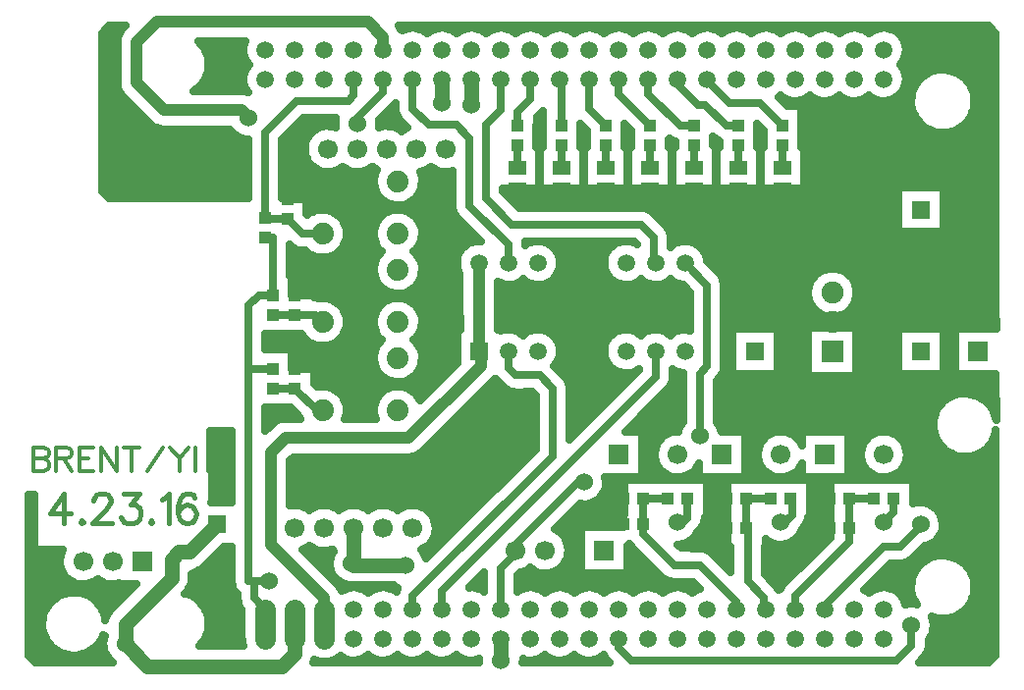
<source format=gbr>
G04 DipTrace 2.4.0.2*
%INTop.gbr*%
%MOIN*%
%ADD13C,0.07*%
%ADD14C,0.025*%
%ADD15C,0.05*%
%ADD17C,0.04*%
%ADD20C,0.06*%
%ADD22R,0.0433X0.0394*%
%ADD23R,0.0394X0.0433*%
%ADD24C,0.063*%
%ADD25R,0.063X0.063*%
%ADD26R,0.0591X0.0512*%
%ADD27R,0.0669X0.0669*%
%ADD28C,0.0669*%
%ADD29C,0.0591*%
%ADD30R,0.0591X0.0591*%
%ADD32C,0.074*%
%ADD33R,0.0748X0.0748*%
%ADD34C,0.0748*%
%ADD58C,0.0154*%
%ADD59C,0.0124*%
%FSLAX44Y44*%
G04*
G70*
G90*
G75*
G01*
%LNTop*%
%LPD*%
X12690Y16859D2*
D14*
Y18815D1*
X12440D1*
X12690Y14359D2*
X11874D1*
Y7126D1*
X12061D1*
Y6569D1*
X12440Y6190D1*
X12690Y16859D2*
X12231D1*
X11874Y16502D1*
Y14359D1*
X12440Y5190D2*
D13*
Y6190D1*
X12561Y7126D2*
D14*
X12061D1*
X17187Y7689D2*
D15*
X15440D1*
Y8940D1*
X14440Y6190D2*
D13*
Y5190D1*
Y6190D2*
D17*
Y6560D1*
X12624Y8376D1*
Y11502D1*
X13124Y12002D1*
X17312D1*
X19749Y14439D1*
Y14940D1*
X19690D1*
Y17940D1*
X27188Y12064D2*
D14*
Y14189D1*
X27438Y14439D1*
Y17192D1*
X26690Y17940D1*
X31605Y8940D2*
Y9940D1*
X28105D2*
Y8940D1*
X24605Y9940D2*
Y9065D1*
X11440Y5190D2*
Y6190D1*
X10561Y25191D2*
X11440D1*
Y25190D1*
X10498Y24003D2*
X11253D1*
X11440Y24190D1*
X16440Y25190D2*
D17*
Y25625D1*
X15936Y26128D1*
X8748D1*
X8061Y25441D1*
Y24065D1*
X8998Y23128D1*
X11623D1*
X11874Y22878D1*
X15561Y22690D2*
D14*
Y22878D1*
X16440Y23756D1*
Y24190D1*
X34688Y9064D2*
Y9001D1*
X34001Y8314D1*
X33438D1*
X31440Y6316D1*
Y6190D1*
X34376Y5626D2*
Y4938D1*
X33876Y4438D1*
X24875D1*
X24440Y4873D1*
Y5190D1*
X21003Y21940D2*
Y21188D1*
X22503D2*
Y21940D1*
X24003Y21188D2*
Y21940D1*
X14380Y18940D2*
X13690D1*
X13190Y19440D1*
X12484D1*
X12440Y19484D1*
Y22382D1*
X13499Y23440D1*
X15249D1*
X15440Y23632D1*
Y24190D1*
X20440D2*
Y23131D1*
X19937Y22628D1*
Y20128D1*
X20812Y19252D1*
X25187D1*
X25625Y18815D1*
Y18005D1*
X25690Y17940D1*
X17440Y6190D2*
Y6630D1*
X22187Y11377D1*
Y13689D1*
X21750Y14127D1*
X20937D1*
X20690Y14374D1*
Y14940D1*
X18440Y6190D2*
Y6817D1*
X25690Y14067D1*
Y14940D1*
X33775Y9940D2*
Y9463D1*
X33438Y9126D1*
X32275Y8940D2*
Y9940D1*
Y8940D2*
Y8463D1*
X30440Y6628D1*
Y6190D1*
X32275Y9940D2*
X33105D1*
X26438Y9126D2*
X26625D1*
X26775Y9276D1*
Y9940D1*
X29938Y9126D2*
X30063D1*
X30313Y9376D1*
Y9940D1*
X30275D1*
X28775D2*
X29605D1*
X28775D2*
Y8940D1*
X28813D1*
Y7126D1*
X29375Y6564D1*
Y6190D1*
X29440D1*
X25275Y9940D2*
X26105D1*
X25275Y9065D2*
Y9940D1*
Y9065D2*
Y8727D1*
X26313Y7689D1*
X27188D1*
X28440Y6436D1*
Y6190D1*
X12690Y16190D2*
X13440D1*
X14130D1*
X14380Y15940D1*
X18437Y23378D2*
D15*
Y24190D1*
X18440D1*
X14380Y12940D2*
D14*
X14190D1*
X13440Y13690D1*
X12690D1*
X19437Y23315D2*
D15*
Y24190D1*
X19440D1*
X25503Y21940D2*
D14*
Y21188D1*
X27003D2*
Y21940D1*
X28503D2*
Y21188D1*
X30003D2*
Y21940D1*
X27440Y24190D2*
Y24126D1*
X28188Y23378D1*
X29234D1*
X30003Y22609D1*
X26440Y24190D2*
Y24000D1*
X27125Y23315D1*
X27375D1*
X28081Y22609D1*
X28503D1*
X25440Y24190D2*
Y23688D1*
X26519Y22609D1*
X27003D1*
X24440Y24190D2*
Y23672D1*
X25503Y22609D1*
X23440Y24190D2*
Y23172D1*
X24003Y22609D1*
X22503D2*
Y24127D1*
X22440Y24190D1*
X21003Y22609D2*
Y23068D1*
X21440Y23506D1*
Y24190D1*
X17440D2*
Y23187D1*
X17999Y22628D1*
X18937D1*
X19374Y22190D1*
Y19877D1*
X20687Y18565D1*
Y17943D1*
X20690Y17940D1*
X20440Y5190D2*
D15*
Y4441D1*
X20437Y4438D1*
X20440Y6190D2*
D14*
Y7567D1*
X20940Y8067D1*
Y8190D1*
Y8379D1*
X23062Y10502D1*
X23250D1*
X13440Y6190D2*
D13*
Y5190D1*
X7686Y5001D2*
D15*
X8436Y4251D1*
X12999D1*
X13440Y4692D1*
Y5190D1*
X10811Y9064D2*
X9873Y8126D1*
X9498D1*
X9248Y7876D1*
Y7251D1*
X7686Y5689D1*
Y5001D1*
D20*
X26438Y9126D3*
X29938D3*
X33438D3*
X17187Y7689D3*
X12561Y7126D3*
X15561Y22690D3*
X11874Y22878D3*
X23250Y10502D3*
X34376Y5626D3*
X20437Y4438D3*
X34688Y9064D3*
X15374Y7751D3*
X27188Y12064D3*
X10498Y24003D3*
X10561Y25191D3*
X36501Y18065D3*
X20499Y11502D3*
X20937Y11939D3*
X21375Y12377D3*
X23250Y20065D3*
X21750D3*
X10123Y7314D3*
X7686Y5001D3*
X19437Y9689D3*
X18812D3*
X19437Y23315D3*
X18437Y23378D3*
X23000Y8939D3*
X19374Y12877D3*
X18687Y15252D3*
X18624Y17815D3*
X19812Y13314D3*
X20249Y13752D3*
X18687Y14627D3*
X36501Y18752D3*
Y19440D3*
Y20065D3*
Y20753D3*
Y21440D3*
X30563Y12939D3*
X31376D3*
X6908Y25746D2*
D14*
X7467D1*
X33955D2*
X37221D1*
X6908Y25498D2*
X7393D1*
X34139D2*
X37221D1*
X6908Y25249D2*
X7389D1*
X10377D2*
X11678D1*
X34201D2*
X37221D1*
X6908Y25000D2*
X7389D1*
X10490D2*
X11698D1*
X34181D2*
X37221D1*
X6908Y24752D2*
X7389D1*
X10533D2*
X11819D1*
X34060D2*
X37221D1*
X6908Y24503D2*
X7389D1*
X10517D2*
X11745D1*
X34135D2*
X35292D1*
X35588D2*
X37221D1*
X6908Y24254D2*
X7389D1*
X10443D2*
X11678D1*
X34201D2*
X34721D1*
X36158D2*
X37221D1*
X6908Y24005D2*
X7393D1*
X10287D2*
X11698D1*
X34181D2*
X34506D1*
X36373D2*
X37221D1*
X6908Y23757D2*
X7471D1*
X34064D2*
X34393D1*
X36486D2*
X37221D1*
X6908Y23508D2*
X7682D1*
X29935D2*
X30128D1*
X30752D2*
X31128D1*
X31752D2*
X32128D1*
X32752D2*
X33128D1*
X33752D2*
X34346D1*
X36533D2*
X37221D1*
X6908Y23259D2*
X7928D1*
X30670D2*
X34362D1*
X36521D2*
X37221D1*
X6908Y23011D2*
X8178D1*
X16525D2*
X16874D1*
X30670D2*
X34436D1*
X36443D2*
X37221D1*
X6908Y22762D2*
X8428D1*
X13650D2*
X14796D1*
X16326D2*
X17034D1*
X21670D2*
X21834D1*
X30670D2*
X34589D1*
X36291D2*
X37221D1*
X6908Y22513D2*
X8776D1*
X13404D2*
X14194D1*
X16935D2*
X17194D1*
X21670D2*
X21834D1*
X23170D2*
X23266D1*
X24670D2*
X24766D1*
X29170D2*
X29266D1*
X30670D2*
X34881D1*
X35998D2*
X37221D1*
X6908Y22265D2*
X11424D1*
X13154D2*
X13905D1*
X21670D2*
X21834D1*
X23170D2*
X23334D1*
X24670D2*
X24834D1*
X29170D2*
X29334D1*
X30670D2*
X37221D1*
X6908Y22016D2*
X11846D1*
X13033D2*
X13788D1*
X21670D2*
X21834D1*
X23170D2*
X23334D1*
X24670D2*
X24834D1*
X26170D2*
X26334D1*
X27670D2*
X27834D1*
X29170D2*
X29334D1*
X30670D2*
X37221D1*
X6908Y21767D2*
X11846D1*
X13033D2*
X13760D1*
X30767D2*
X37221D1*
X6908Y21519D2*
X11846D1*
X13033D2*
X13819D1*
X30767D2*
X37221D1*
X6908Y21270D2*
X11846D1*
X13033D2*
X13983D1*
X30767D2*
X37221D1*
X6908Y21021D2*
X11846D1*
X13033D2*
X16159D1*
X17721D2*
X18780D1*
X30767D2*
X37221D1*
X6908Y20773D2*
X11846D1*
X13033D2*
X16100D1*
X17779D2*
X18780D1*
X30767D2*
X37221D1*
X6908Y20524D2*
X11846D1*
X13033D2*
X16124D1*
X17756D2*
X18780D1*
X30767D2*
X37221D1*
X7010Y20275D2*
X11846D1*
X13033D2*
X16233D1*
X17646D2*
X18780D1*
X20619D2*
X33905D1*
X35474D2*
X37221D1*
X13857Y20026D2*
X16487D1*
X17392D2*
X18780D1*
X20869D2*
X33905D1*
X35474D2*
X37221D1*
X13857Y19778D2*
X18788D1*
X25431D2*
X33905D1*
X35474D2*
X37221D1*
X14967Y19529D2*
X16350D1*
X17529D2*
X18897D1*
X25740D2*
X33905D1*
X35474D2*
X37221D1*
X15146Y19280D2*
X16174D1*
X17705D2*
X19139D1*
X25990D2*
X33905D1*
X35474D2*
X37221D1*
X15217Y19032D2*
X16104D1*
X17775D2*
X19389D1*
X26178D2*
X33905D1*
X35474D2*
X37221D1*
X15205Y18783D2*
X16116D1*
X17764D2*
X19639D1*
X26221D2*
X37221D1*
X15111Y18534D2*
X16210D1*
X17674D2*
X19225D1*
X22154D2*
X24225D1*
X27154D2*
X37221D1*
X13283Y18286D2*
X13870D1*
X14892D2*
X16327D1*
X17553D2*
X19010D1*
X22369D2*
X24010D1*
X27369D2*
X37221D1*
X13283Y18037D2*
X16163D1*
X17717D2*
X18932D1*
X22447D2*
X23932D1*
X27447D2*
X37221D1*
X13283Y17788D2*
X16104D1*
X17775D2*
X18940D1*
X22439D2*
X23940D1*
X27674D2*
X37221D1*
X13283Y17540D2*
X16120D1*
X17760D2*
X19018D1*
X22338D2*
X24042D1*
X27916D2*
X31104D1*
X32271D2*
X37221D1*
X13357Y17291D2*
X16221D1*
X17658D2*
X19018D1*
X21072D2*
X21311D1*
X22072D2*
X24311D1*
X25072D2*
X25311D1*
X26072D2*
X26311D1*
X28025D2*
X30924D1*
X32451D2*
X37221D1*
X13357Y17042D2*
X16464D1*
X17416D2*
X19018D1*
X20361D2*
X26756D1*
X28033D2*
X30850D1*
X32525D2*
X37221D1*
X14107Y16794D2*
X19018D1*
X20361D2*
X26842D1*
X28033D2*
X30858D1*
X32517D2*
X37221D1*
X14951Y16545D2*
X16370D1*
X17510D2*
X19018D1*
X20361D2*
X26842D1*
X28033D2*
X30944D1*
X32431D2*
X37221D1*
X15139Y16296D2*
X16182D1*
X17697D2*
X19018D1*
X20361D2*
X26842D1*
X28033D2*
X31155D1*
X32221D2*
X37221D1*
X15213Y16047D2*
X16108D1*
X17771D2*
X19018D1*
X20361D2*
X26842D1*
X28033D2*
X37221D1*
X15209Y15799D2*
X16112D1*
X17767D2*
X19018D1*
X20361D2*
X26842D1*
X28033D2*
X37221D1*
X15119Y15550D2*
X16198D1*
X17681D2*
X18924D1*
X21135D2*
X21245D1*
X22135D2*
X24245D1*
X25135D2*
X25245D1*
X26135D2*
X26245D1*
X28033D2*
X28280D1*
X29849D2*
X30842D1*
X32533D2*
X33905D1*
X35474D2*
X35823D1*
X12467Y15301D2*
X13850D1*
X14912D2*
X16342D1*
X17537D2*
X18924D1*
X22361D2*
X24018D1*
X28033D2*
X28280D1*
X29849D2*
X30842D1*
X32533D2*
X33905D1*
X35474D2*
X35823D1*
X12467Y15053D2*
X16171D1*
X17709D2*
X18924D1*
X22447D2*
X23932D1*
X28033D2*
X28280D1*
X29849D2*
X30842D1*
X32533D2*
X33905D1*
X35474D2*
X35823D1*
X13357Y14804D2*
X16104D1*
X17775D2*
X18924D1*
X22443D2*
X23936D1*
X28033D2*
X28280D1*
X29849D2*
X30842D1*
X32533D2*
X33905D1*
X35474D2*
X35823D1*
X13357Y14555D2*
X16116D1*
X17764D2*
X18924D1*
X22346D2*
X24034D1*
X28033D2*
X28280D1*
X29849D2*
X30842D1*
X32533D2*
X33905D1*
X35474D2*
X35823D1*
X14107Y14307D2*
X16214D1*
X17666D2*
X18678D1*
X22400D2*
X24284D1*
X28017D2*
X28280D1*
X29849D2*
X30842D1*
X32533D2*
X33905D1*
X35474D2*
X35823D1*
X14107Y14058D2*
X16440D1*
X17439D2*
X18432D1*
X22646D2*
X24850D1*
X26283D2*
X26592D1*
X27885D2*
X37221D1*
X14150Y13809D2*
X18182D1*
X20056D2*
X20424D1*
X22767D2*
X24600D1*
X26224D2*
X26592D1*
X27783D2*
X37221D1*
X14931Y13561D2*
X16385D1*
X17494D2*
X17932D1*
X19806D2*
X20846D1*
X22783D2*
X24354D1*
X26014D2*
X26592D1*
X27783D2*
X37221D1*
X15131Y13312D2*
X16190D1*
X19560D2*
X21592D1*
X22783D2*
X24104D1*
X25767D2*
X26592D1*
X27783D2*
X35546D1*
X36834D2*
X37221D1*
X15209Y13063D2*
X16108D1*
X19310D2*
X21592D1*
X22783D2*
X23854D1*
X25517D2*
X26592D1*
X27783D2*
X35296D1*
X37084D2*
X37219D1*
X12467Y12815D2*
X13483D1*
X15209D2*
X16108D1*
X19060D2*
X21592D1*
X22783D2*
X23608D1*
X25267D2*
X26592D1*
X27783D2*
X35163D1*
X12467Y12566D2*
X12788D1*
X18814D2*
X21592D1*
X22783D2*
X23358D1*
X25021D2*
X26592D1*
X27783D2*
X35104D1*
X18564Y12317D2*
X21592D1*
X22783D2*
X23108D1*
X24771D2*
X26464D1*
X27912D2*
X35104D1*
X10599Y12068D2*
X11280D1*
X18314D2*
X21592D1*
X22783D2*
X22862D1*
X25244D2*
X25956D1*
X28744D2*
X29456D1*
X30428D2*
X30635D1*
X32244D2*
X32956D1*
X33928D2*
X35163D1*
X10599Y11820D2*
X11280D1*
X18068D2*
X21592D1*
X25244D2*
X25733D1*
X28744D2*
X29233D1*
X32244D2*
X32733D1*
X34146D2*
X35292D1*
X37088D2*
X37220D1*
X10599Y11571D2*
X11280D1*
X17818D2*
X21549D1*
X25244D2*
X25647D1*
X28744D2*
X29147D1*
X32244D2*
X32647D1*
X34232D2*
X35542D1*
X36838D2*
X37221D1*
X10599Y11322D2*
X11280D1*
X13381D2*
X21303D1*
X25244D2*
X25643D1*
X28744D2*
X29143D1*
X32244D2*
X32643D1*
X34236D2*
X37221D1*
X10599Y11074D2*
X11280D1*
X13295D2*
X21053D1*
X25244D2*
X25725D1*
X28744D2*
X29225D1*
X32244D2*
X32725D1*
X34154D2*
X37221D1*
X10639Y10825D2*
X11280D1*
X13295D2*
X20803D1*
X25244D2*
X25936D1*
X26943D2*
X27135D1*
X28744D2*
X29436D1*
X30443D2*
X30635D1*
X32244D2*
X32936D1*
X33943D2*
X37221D1*
X10639Y10576D2*
X11280D1*
X13295D2*
X20557D1*
X24017D2*
X24589D1*
X27463D2*
X28089D1*
X30963D2*
X31589D1*
X34463D2*
X37221D1*
X10639Y10328D2*
X11280D1*
X13295D2*
X20307D1*
X23998D2*
X24589D1*
X27463D2*
X28089D1*
X30963D2*
X31589D1*
X34463D2*
X37221D1*
X10639Y10079D2*
X11280D1*
X13295D2*
X20057D1*
X23889D2*
X24589D1*
X27463D2*
X28089D1*
X30963D2*
X31589D1*
X34463D2*
X37221D1*
X4410Y9830D2*
X4581D1*
X10639D2*
X11280D1*
X13295D2*
X19811D1*
X23599D2*
X24589D1*
X27463D2*
X28089D1*
X30963D2*
X31589D1*
X34463D2*
X37221D1*
X4410Y9582D2*
X4581D1*
X17908D2*
X19561D1*
X22974D2*
X24589D1*
X27463D2*
X28089D1*
X30963D2*
X31589D1*
X35248D2*
X37221D1*
X4410Y9333D2*
X4581D1*
X18139D2*
X19311D1*
X22724D2*
X24589D1*
X27463D2*
X28089D1*
X30963D2*
X31589D1*
X35408D2*
X37221D1*
X4410Y9084D2*
X4581D1*
X18232D2*
X19065D1*
X22474D2*
X24589D1*
X27338D2*
X28089D1*
X30826D2*
X31589D1*
X35459D2*
X37221D1*
X4410Y8836D2*
X4581D1*
X18236D2*
X18815D1*
X22400D2*
X23135D1*
X27166D2*
X28089D1*
X30650D2*
X31589D1*
X35424D2*
X37221D1*
X4410Y8587D2*
X4581D1*
X18158D2*
X18565D1*
X22635D2*
X23135D1*
X26974D2*
X28089D1*
X30478D2*
X31569D1*
X35287D2*
X37221D1*
X4410Y8338D2*
X4581D1*
X17959D2*
X18319D1*
X22732D2*
X23135D1*
X24744D2*
X24831D1*
X26494D2*
X28089D1*
X29463D2*
X31319D1*
X34881D2*
X37221D1*
X4410Y8089D2*
X5495D1*
X10846D2*
X11280D1*
X13846D2*
X14686D1*
X17838D2*
X18069D1*
X22736D2*
X23135D1*
X24744D2*
X25081D1*
X27619D2*
X28217D1*
X29408D2*
X31069D1*
X34607D2*
X37221D1*
X4410Y7841D2*
X5444D1*
X10596D2*
X11280D1*
X14096D2*
X14608D1*
X22662D2*
X23135D1*
X24744D2*
X25331D1*
X27865D2*
X28217D1*
X29408D2*
X30823D1*
X34346D2*
X34839D1*
X36041D2*
X37221D1*
X4410Y7592D2*
X5475D1*
X10342D2*
X11280D1*
X14346D2*
X14620D1*
X22467D2*
X23135D1*
X24744D2*
X25577D1*
X28115D2*
X28216D1*
X29408D2*
X30573D1*
X33549D2*
X34565D1*
X36314D2*
X37221D1*
X4410Y7343D2*
X5600D1*
X9967D2*
X11280D1*
X14592D2*
X14726D1*
X21049D2*
X25827D1*
X29428D2*
X30323D1*
X33299D2*
X34424D1*
X36455D2*
X37221D1*
X4410Y7095D2*
X5921D1*
X6576D2*
X6921D1*
X9951D2*
X11280D1*
X14842D2*
X14999D1*
X19549D2*
X19846D1*
X21033D2*
X26952D1*
X29674D2*
X30077D1*
X33049D2*
X34358D1*
X36525D2*
X37221D1*
X4410Y6846D2*
X7835D1*
X9838D2*
X11354D1*
X15806D2*
X16073D1*
X16806D2*
X16889D1*
X21806D2*
X22073D1*
X22806D2*
X23073D1*
X23806D2*
X24073D1*
X24806D2*
X25073D1*
X25806D2*
X26073D1*
X26806D2*
X27073D1*
X32806D2*
X33073D1*
X33806D2*
X34350D1*
X36529D2*
X37221D1*
X4410Y6597D2*
X5346D1*
X6533D2*
X7589D1*
X10033D2*
X11467D1*
X34084D2*
X34401D1*
X36478D2*
X37221D1*
X4410Y6349D2*
X5073D1*
X6806D2*
X7339D1*
X10306D2*
X11510D1*
X36357D2*
X37221D1*
X4410Y6100D2*
X4928D1*
X6955D2*
X7100D1*
X10455D2*
X11620D1*
X36127D2*
X37221D1*
X4410Y5851D2*
X4858D1*
X10521D2*
X11620D1*
X35111D2*
X37221D1*
X4410Y5603D2*
X4850D1*
X10533D2*
X11620D1*
X35146D2*
X37221D1*
X4410Y5354D2*
X4901D1*
X10482D2*
X11620D1*
X35096D2*
X37221D1*
X4410Y5105D2*
X5018D1*
X10361D2*
X11624D1*
X34971D2*
X37221D1*
X4410Y4857D2*
X5245D1*
X6635D2*
X6928D1*
X34967D2*
X37221D1*
X4428Y4608D2*
X7026D1*
X34865D2*
X37202D1*
X31613Y8607D2*
X31617Y9582D1*
X31613Y9673D1*
Y10582D1*
X32936Y10578D1*
X33194Y10582D1*
X33767Y10578D1*
X33863Y10582D1*
X34436D1*
Y9765D1*
X34553Y9797D1*
X34678Y9809D1*
X34802Y9800D1*
X34924Y9771D1*
X35038Y9722D1*
X35143Y9654D1*
X35235Y9570D1*
X35312Y9471D1*
X35371Y9361D1*
X35412Y9243D1*
X35433Y9064D1*
X35423Y8939D1*
X35392Y8819D1*
X35341Y8704D1*
X35272Y8601D1*
X35186Y8510D1*
X35087Y8434D1*
X34976Y8377D1*
X34830Y8334D1*
X34404Y7911D1*
X34307Y7833D1*
X34195Y7778D1*
X34041Y7745D1*
X33677Y7744D1*
X32778Y6847D1*
X32912Y6760D1*
X32937Y6736D1*
X33091Y6843D1*
X33206Y6892D1*
X33327Y6922D1*
X33452Y6930D1*
X33576Y6918D1*
X33696Y6885D1*
X33809Y6832D1*
X33912Y6760D1*
X34001Y6673D1*
X34074Y6572D1*
X34129Y6460D1*
X34164Y6344D1*
X34365Y6371D1*
X34490Y6362D1*
X34547Y6348D1*
X34479Y6470D1*
X34430Y6585D1*
X34396Y6705D1*
X34376Y6829D1*
X34370Y6953D1*
X34379Y7078D1*
X34402Y7201D1*
X34440Y7320D1*
X34491Y7434D1*
X34555Y7541D1*
X34631Y7640D1*
X34718Y7730D1*
X34815Y7809D1*
X34921Y7876D1*
X35033Y7930D1*
X35151Y7970D1*
X35273Y7997D1*
X35398Y8009D1*
X35523Y8007D1*
X35646Y7990D1*
X35767Y7959D1*
X35884Y7914D1*
X35994Y7855D1*
X36097Y7784D1*
X36191Y7702D1*
X36275Y7609D1*
X36347Y7507D1*
X36407Y7398D1*
X36454Y7282D1*
X36487Y7161D1*
X36510Y6940D1*
X36503Y6815D1*
X36481Y6692D1*
X36445Y6573D1*
X36395Y6458D1*
X36333Y6350D1*
X36258Y6250D1*
X36172Y6159D1*
X36076Y6079D1*
X35971Y6011D1*
X35859Y5956D1*
X35742Y5913D1*
X35620Y5885D1*
X35496Y5871D1*
X35371Y5872D1*
X35247Y5888D1*
X35049Y5946D1*
X35099Y5805D1*
X35121Y5626D1*
X35110Y5502D1*
X35079Y5381D1*
X35028Y5267D1*
X34946Y5148D1*
Y4938D1*
X34932Y4814D1*
X34892Y4696D1*
X34807Y4565D1*
X34627Y4383D1*
X37006Y4385D1*
X37245Y4624D1*
Y12264D1*
X37195Y12073D1*
X37145Y11958D1*
X37083Y11850D1*
X37008Y11750D1*
X36922Y11659D1*
X36826Y11579D1*
X36721Y11511D1*
X36609Y11456D1*
X36492Y11413D1*
X36370Y11385D1*
X36246Y11371D1*
X36121Y11372D1*
X35997Y11388D1*
X35875Y11417D1*
X35758Y11461D1*
X35647Y11518D1*
X35543Y11587D1*
X35448Y11669D1*
X35364Y11760D1*
X35290Y11861D1*
X35229Y11970D1*
X35180Y12085D1*
X35146Y12205D1*
X35126Y12329D1*
X35120Y12453D1*
X35129Y12578D1*
X35152Y12701D1*
X35190Y12820D1*
X35241Y12934D1*
X35305Y13041D1*
X35381Y13140D1*
X35468Y13230D1*
X35565Y13309D1*
X35671Y13376D1*
X35783Y13430D1*
X35901Y13470D1*
X36023Y13497D1*
X36148Y13509D1*
X36273Y13507D1*
X36396Y13490D1*
X36517Y13459D1*
X36634Y13414D1*
X36744Y13355D1*
X36847Y13284D1*
X36941Y13202D1*
X37025Y13109D1*
X37097Y13007D1*
X37157Y12898D1*
X37204Y12782D1*
X37246Y12603D1*
X37245Y14163D1*
X35906Y14160D1*
X35846D1*
Y15719D1*
X37249D1*
X37245Y16440D1*
Y25752D1*
X37006Y25995D1*
X16968D1*
X17028Y25889D1*
X17091Y25843D1*
X17206Y25892D1*
X17327Y25922D1*
X17452Y25930D1*
X17576Y25918D1*
X17696Y25885D1*
X17809Y25832D1*
X17937Y25736D1*
X18091Y25843D1*
X18206Y25892D1*
X18327Y25922D1*
X18452Y25930D1*
X18576Y25918D1*
X18696Y25885D1*
X18809Y25832D1*
X18937Y25736D1*
X19091Y25843D1*
X19206Y25892D1*
X19327Y25922D1*
X19452Y25930D1*
X19576Y25918D1*
X19696Y25885D1*
X19809Y25832D1*
X19937Y25736D1*
X20091Y25843D1*
X20206Y25892D1*
X20327Y25922D1*
X20452Y25930D1*
X20576Y25918D1*
X20696Y25885D1*
X20809Y25832D1*
X20937Y25736D1*
X21091Y25843D1*
X21206Y25892D1*
X21327Y25922D1*
X21452Y25930D1*
X21576Y25918D1*
X21696Y25885D1*
X21809Y25832D1*
X21937Y25736D1*
X22091Y25843D1*
X22206Y25892D1*
X22327Y25922D1*
X22452Y25930D1*
X22576Y25918D1*
X22696Y25885D1*
X22809Y25832D1*
X22937Y25736D1*
X23091Y25843D1*
X23206Y25892D1*
X23327Y25922D1*
X23452Y25930D1*
X23576Y25918D1*
X23696Y25885D1*
X23809Y25832D1*
X23937Y25736D1*
X24091Y25843D1*
X24206Y25892D1*
X24327Y25922D1*
X24452Y25930D1*
X24576Y25918D1*
X24696Y25885D1*
X24809Y25832D1*
X24937Y25736D1*
X25091Y25843D1*
X25206Y25892D1*
X25327Y25922D1*
X25452Y25930D1*
X25576Y25918D1*
X25696Y25885D1*
X25809Y25832D1*
X25937Y25736D1*
X26091Y25843D1*
X26206Y25892D1*
X26327Y25922D1*
X26452Y25930D1*
X26576Y25918D1*
X26696Y25885D1*
X26809Y25832D1*
X26937Y25736D1*
X27091Y25843D1*
X27206Y25892D1*
X27327Y25922D1*
X27452Y25930D1*
X27576Y25918D1*
X27696Y25885D1*
X27809Y25832D1*
X27937Y25736D1*
X28091Y25843D1*
X28206Y25892D1*
X28327Y25922D1*
X28452Y25930D1*
X28576Y25918D1*
X28696Y25885D1*
X28809Y25832D1*
X28937Y25736D1*
X29091Y25843D1*
X29206Y25892D1*
X29327Y25922D1*
X29452Y25930D1*
X29576Y25918D1*
X29696Y25885D1*
X29809Y25832D1*
X29937Y25736D1*
X30091Y25843D1*
X30206Y25892D1*
X30327Y25922D1*
X30452Y25930D1*
X30576Y25918D1*
X30696Y25885D1*
X30809Y25832D1*
X30937Y25736D1*
X31091Y25843D1*
X31206Y25892D1*
X31327Y25922D1*
X31452Y25930D1*
X31576Y25918D1*
X31696Y25885D1*
X31809Y25832D1*
X31937Y25736D1*
X32091Y25843D1*
X32206Y25892D1*
X32327Y25922D1*
X32452Y25930D1*
X32576Y25918D1*
X32696Y25885D1*
X32809Y25832D1*
X32937Y25736D1*
X33091Y25843D1*
X33206Y25892D1*
X33327Y25922D1*
X33452Y25930D1*
X33576Y25918D1*
X33696Y25885D1*
X33809Y25832D1*
X33912Y25760D1*
X34001Y25673D1*
X34074Y25572D1*
X34129Y25460D1*
X34165Y25340D1*
X34180Y25190D1*
X34170Y25066D1*
X34138Y24945D1*
X34087Y24831D1*
X33983Y24690D1*
X34074Y24572D1*
X34129Y24460D1*
X34165Y24340D1*
X34180Y24190D1*
X34170Y24066D1*
X34138Y23945D1*
X34087Y23831D1*
X34018Y23727D1*
X33932Y23637D1*
X33832Y23562D1*
X33721Y23505D1*
X33602Y23468D1*
X33478Y23451D1*
X33353Y23455D1*
X33231Y23480D1*
X33114Y23525D1*
X33007Y23589D1*
X32939Y23648D1*
X32832Y23562D1*
X32721Y23505D1*
X32602Y23468D1*
X32478Y23451D1*
X32353Y23455D1*
X32231Y23480D1*
X32114Y23525D1*
X32007Y23589D1*
X31939Y23648D1*
X31832Y23562D1*
X31721Y23505D1*
X31602Y23468D1*
X31478Y23451D1*
X31353Y23455D1*
X31231Y23480D1*
X31114Y23525D1*
X31007Y23589D1*
X30939Y23648D1*
X30832Y23562D1*
X30721Y23505D1*
X30602Y23468D1*
X30478Y23451D1*
X30353Y23455D1*
X30231Y23480D1*
X30114Y23525D1*
X30007Y23589D1*
X29939Y23648D1*
X29847Y23574D1*
X30148Y23270D1*
X30644Y23271D1*
X30640Y21948D1*
X30644Y21887D1*
X30743Y21889D1*
Y20487D1*
X29262D1*
Y21889D1*
X29360D1*
X29361Y22446D1*
X29144Y22662D1*
X29140Y21948D1*
X29144Y21887D1*
X29243Y21889D1*
Y20487D1*
X27762D1*
Y21889D1*
X27860D1*
X27861Y22084D1*
X27730Y22161D1*
X27642Y22242D1*
X27644Y21948D1*
X27743Y21889D1*
Y20487D1*
X26262D1*
Y21889D1*
X26360D1*
X26361Y22064D1*
X26276Y22093D1*
X26167Y22161D1*
X26144Y22146D1*
X26140Y21948D1*
X26144Y21887D1*
X26243Y21889D1*
Y20487D1*
X24762D1*
Y21889D1*
X24860D1*
X24861Y22446D1*
X24644Y22662D1*
X24640Y21948D1*
X24644Y21887D1*
X24743Y21889D1*
Y20487D1*
X23262D1*
Y21889D1*
X23360D1*
X23361Y22446D1*
X23144Y22662D1*
X23140Y21948D1*
X23144Y21887D1*
X23243Y21889D1*
Y20487D1*
X21762D1*
Y21889D1*
X21860D1*
X21865Y22602D1*
X21861Y22698D1*
Y23124D1*
X21647Y22907D1*
X21644Y22146D1*
X21640Y21948D1*
X21644Y21887D1*
X21743Y21889D1*
Y20487D1*
X20505D1*
X20507Y20366D1*
X21050Y19821D1*
X23937Y19822D1*
X25187D1*
X25311Y19809D1*
X25429Y19768D1*
X25561Y19683D1*
X26028Y19218D1*
X26106Y19121D1*
X26161Y19009D1*
X26193Y18856D1*
X26195Y18491D1*
X26341Y18593D1*
X26456Y18642D1*
X26577Y18672D1*
X26702Y18680D1*
X26826Y18668D1*
X26946Y18635D1*
X27059Y18582D1*
X27162Y18510D1*
X27251Y18423D1*
X27324Y18322D1*
X27379Y18210D1*
X27415Y18090D1*
X27425Y18009D1*
X27841Y17595D1*
X27919Y17498D1*
X27974Y17386D1*
X28006Y17233D1*
X28008Y14439D1*
X27994Y14315D1*
X27954Y14197D1*
X27868Y14066D1*
X27755Y13951D1*
X27758Y13189D1*
Y12545D1*
X27811Y12472D1*
X27871Y12362D1*
X27915Y12216D1*
X28720Y12220D1*
Y10660D1*
X27160D1*
Y11141D1*
X27065Y10974D1*
X26982Y10880D1*
X26886Y10800D1*
X26778Y10737D1*
X26662Y10693D1*
X26539Y10667D1*
X26415Y10661D1*
X26291Y10675D1*
X26170Y10708D1*
X26057Y10761D1*
X25954Y10831D1*
X25863Y10916D1*
X25786Y11015D1*
X25727Y11125D1*
X25686Y11243D1*
X25664Y11366D1*
X25662Y11491D1*
X25680Y11614D1*
X25718Y11733D1*
X25774Y11845D1*
X25847Y11946D1*
X25935Y12034D1*
X26037Y12107D1*
X26148Y12163D1*
X26267Y12200D1*
X26391Y12218D1*
X26460Y12222D1*
X26496Y12342D1*
X26552Y12453D1*
X26619Y12545D1*
X26618Y14193D1*
X26603Y14205D1*
X26481Y14230D1*
X26364Y14275D1*
X26261Y14337D1*
X26260Y14067D1*
X26246Y13943D1*
X26206Y13825D1*
X26121Y13694D1*
X24648Y12219D1*
X25220Y12220D1*
Y10660D1*
X23974D1*
X23995Y10502D1*
X23984Y10377D1*
X23953Y10256D1*
X23902Y10142D1*
X23833Y10038D1*
X23748Y9947D1*
X23648Y9872D1*
X23537Y9814D1*
X23418Y9776D1*
X23295Y9758D1*
X23136Y9767D1*
X22264Y8897D1*
X22366Y8843D1*
X22465Y8766D1*
X22550Y8675D1*
X22620Y8572D1*
X22672Y8458D1*
X22706Y8338D1*
X22720Y8190D1*
X22710Y8066D1*
X22680Y7944D1*
X22631Y7829D1*
X22565Y7724D1*
X22482Y7630D1*
X22386Y7550D1*
X22278Y7488D1*
X22162Y7443D1*
X22039Y7417D1*
X21915Y7411D1*
X21791Y7425D1*
X21670Y7459D1*
X21557Y7511D1*
X21439Y7594D1*
X21386Y7550D1*
X21278Y7488D1*
X21112Y7432D1*
X21009Y7330D1*
X21010Y6789D1*
X21091Y6843D1*
X21206Y6892D1*
X21327Y6922D1*
X21452Y6930D1*
X21576Y6918D1*
X21696Y6885D1*
X21809Y6832D1*
X21937Y6736D1*
X22091Y6843D1*
X22206Y6892D1*
X22327Y6922D1*
X22452Y6930D1*
X22576Y6918D1*
X22696Y6885D1*
X22809Y6832D1*
X22937Y6736D1*
X23091Y6843D1*
X23206Y6892D1*
X23327Y6922D1*
X23452Y6930D1*
X23576Y6918D1*
X23696Y6885D1*
X23809Y6832D1*
X23937Y6736D1*
X24091Y6843D1*
X24206Y6892D1*
X24327Y6922D1*
X24452Y6930D1*
X24576Y6918D1*
X24696Y6885D1*
X24809Y6832D1*
X24937Y6736D1*
X25091Y6843D1*
X25206Y6892D1*
X25327Y6922D1*
X25452Y6930D1*
X25576Y6918D1*
X25696Y6885D1*
X25809Y6832D1*
X25937Y6736D1*
X26091Y6843D1*
X26206Y6892D1*
X26327Y6922D1*
X26452Y6930D1*
X26576Y6918D1*
X26696Y6885D1*
X26809Y6832D1*
X26937Y6736D1*
X27091Y6843D1*
X27188Y6884D1*
X26951Y7119D1*
X26313D1*
X26189Y7132D1*
X26070Y7173D1*
X25939Y7258D1*
X24872Y8324D1*
X24792Y8424D1*
X24847Y8350D1*
X24720Y8345D1*
Y7410D1*
X23160D1*
Y8970D1*
X24610D1*
X24613Y9707D1*
Y10582D1*
X25936Y10578D1*
X26194Y10582D1*
X26767Y10578D1*
X26863Y10582D1*
X27436D1*
Y9298D1*
X27346D1*
X27331Y9152D1*
X27291Y9034D1*
X27205Y8903D1*
X27109Y8804D1*
X27021Y8663D1*
X26935Y8572D1*
X26836Y8497D1*
X26725Y8439D1*
X26606Y8401D1*
X26483Y8383D1*
X26424Y8384D1*
X26548Y8260D1*
X27188Y8259D1*
X27312Y8245D1*
X27430Y8205D1*
X27561Y8119D1*
X28245Y7437D1*
X28243Y8302D1*
X28113Y8298D1*
X28117Y9582D1*
X28113Y9673D1*
Y10582D1*
X29436Y10578D1*
X29694Y10582D1*
X30267Y10578D1*
X30363Y10582D1*
X30936D1*
Y9298D1*
X30878D1*
X30829Y9134D1*
X30744Y9003D1*
X30652Y8910D1*
X30590Y8767D1*
X30521Y8663D1*
X30436Y8572D1*
X30336Y8497D1*
X30225Y8439D1*
X30107Y8401D1*
X29983Y8383D1*
X29858Y8386D1*
X29736Y8409D1*
X29619Y8453D1*
X29511Y8516D1*
X29436Y8578D1*
Y8298D1*
X29385D1*
X29383Y7366D1*
X29778Y6967D1*
X29874Y6838D1*
X29924Y6870D1*
X30009Y7001D1*
X31614Y8608D1*
X13333Y14352D2*
X14082D1*
Y13855D1*
X14199Y13737D1*
X14414Y13754D1*
X14538Y13739D1*
X14659Y13706D1*
X14772Y13654D1*
X14877Y13586D1*
X14970Y13502D1*
X15049Y13406D1*
X15112Y13298D1*
X15158Y13182D1*
X15186Y13060D1*
X15195Y12940D1*
X15185Y12815D1*
X15138Y12647D1*
X16182D1*
X16146Y12756D1*
X16127Y12880D1*
X16128Y13005D1*
X16147Y13128D1*
X16185Y13247D1*
X16241Y13359D1*
X16313Y13461D1*
X16400Y13550D1*
X16499Y13626D1*
X16609Y13685D1*
X16727Y13727D1*
X16850Y13750D1*
X16974Y13754D1*
X17098Y13739D1*
X17219Y13706D1*
X17332Y13654D1*
X17437Y13586D1*
X17530Y13502D1*
X17609Y13406D1*
X17679Y13280D1*
X18952Y14554D1*
X18950Y15680D1*
X19047D1*
X19045Y16690D1*
Y17577D1*
X18977Y17742D1*
X18954Y17864D1*
X18951Y17989D1*
X18970Y18113D1*
X19009Y18231D1*
X19068Y18341D1*
X19144Y18440D1*
X19236Y18525D1*
X19341Y18593D1*
X19456Y18642D1*
X19577Y18672D1*
X19702Y18680D1*
X19775Y18673D1*
X18971Y19474D1*
X18893Y19572D1*
X18838Y19684D1*
X18806Y19837D1*
X18804Y21077D1*
X18664Y21042D1*
X18540Y21036D1*
X18416Y21050D1*
X18295Y21083D1*
X18182Y21136D1*
X18064Y21219D1*
X18011Y21175D1*
X17903Y21112D1*
X17787Y21068D1*
X17683Y21046D1*
X17718Y20962D1*
X17746Y20840D1*
X17755Y20720D1*
X17745Y20595D1*
X17717Y20474D1*
X17670Y20358D1*
X17606Y20251D1*
X17527Y20154D1*
X17434Y20071D1*
X17329Y20004D1*
X17215Y19953D1*
X17094Y19920D1*
X16970Y19906D1*
X16845Y19911D1*
X16723Y19934D1*
X16605Y19977D1*
X16496Y20037D1*
X16397Y20113D1*
X16310Y20203D1*
X16239Y20305D1*
X16183Y20417D1*
X16146Y20536D1*
X16127Y20660D1*
X16128Y20785D1*
X16147Y20908D1*
X16185Y21027D1*
X16229Y21114D1*
X16079Y21206D1*
X16064Y21219D1*
X16011Y21175D1*
X15903Y21112D1*
X15787Y21068D1*
X15664Y21042D1*
X15540Y21036D1*
X15416Y21050D1*
X15295Y21083D1*
X15182Y21136D1*
X15064Y21219D1*
X15011Y21175D1*
X14903Y21112D1*
X14787Y21068D1*
X14664Y21042D1*
X14540Y21036D1*
X14416Y21050D1*
X14295Y21083D1*
X14182Y21136D1*
X14079Y21206D1*
X13988Y21291D1*
X13911Y21390D1*
X13852Y21500D1*
X13811Y21618D1*
X13789Y21741D1*
X13787Y21866D1*
X13805Y21989D1*
X13843Y22108D1*
X13899Y22220D1*
X13972Y22321D1*
X14060Y22409D1*
X14162Y22482D1*
X14273Y22538D1*
X14392Y22575D1*
X14516Y22593D1*
X14641Y22591D1*
X14764Y22569D1*
X14834Y22544D1*
X14822Y22600D1*
X14817Y22725D1*
X14839Y22867D1*
X13874Y22870D1*
X13737D1*
X13010Y22145D1*
Y20143D1*
X13082Y20146D1*
Y20103D1*
X13832Y20102D1*
Y19605D1*
X13867Y19570D1*
X13939Y19626D1*
X14049Y19685D1*
X14167Y19727D1*
X14290Y19750D1*
X14414Y19754D1*
X14538Y19739D1*
X14659Y19706D1*
X14772Y19654D1*
X14877Y19586D1*
X14970Y19502D1*
X15049Y19406D1*
X15112Y19298D1*
X15158Y19182D1*
X15186Y19060D1*
X15195Y18940D1*
X15185Y18815D1*
X15157Y18694D1*
X15110Y18578D1*
X15046Y18471D1*
X14967Y18374D1*
X14874Y18291D1*
X14769Y18224D1*
X14655Y18173D1*
X14534Y18140D1*
X14410Y18126D1*
X14285Y18131D1*
X14163Y18154D1*
X14045Y18197D1*
X13936Y18257D1*
X13802Y18369D1*
X13690Y18370D1*
X13566Y18384D1*
X13448Y18424D1*
X13317Y18509D1*
X13262Y18562D1*
X13260Y17522D1*
X13332Y17521D1*
Y16848D1*
X14048Y16852D1*
X14082D1*
Y16762D1*
X14258Y16745D1*
X14414Y16754D1*
X14538Y16739D1*
X14659Y16706D1*
X14772Y16654D1*
X14877Y16586D1*
X14970Y16502D1*
X15049Y16406D1*
X15112Y16298D1*
X15158Y16182D1*
X15186Y16060D1*
X15195Y15940D1*
X15185Y15815D1*
X15157Y15694D1*
X15110Y15578D1*
X15046Y15471D1*
X14967Y15374D1*
X14874Y15291D1*
X14769Y15224D1*
X14655Y15173D1*
X14534Y15140D1*
X14410Y15126D1*
X14285Y15131D1*
X14163Y15154D1*
X14045Y15197D1*
X13936Y15257D1*
X13837Y15333D1*
X13750Y15423D1*
X13677Y15529D1*
X12798Y15532D1*
X12707Y15528D1*
X12445D1*
X12444Y15022D1*
X13332Y15021D1*
Y14348D1*
X13297Y13028D2*
X12798Y13032D1*
X12707Y13028D1*
X12445D1*
X12444Y12230D1*
X12668Y12458D1*
X12764Y12537D1*
X12874Y12596D1*
X12993Y12633D1*
X13124Y12647D1*
X13620D1*
X13522Y12802D1*
X13298Y13026D1*
X12832Y13028D1*
X34053Y20513D2*
X35448D1*
Y18993D1*
X33928D1*
Y20513D1*
X34053D1*
Y15700D2*
X35448D1*
Y14180D1*
X33928D1*
Y15700D1*
X34053D1*
X18210Y8816D2*
X18180Y8694D1*
X18131Y8579D1*
X18065Y8474D1*
X17982Y8380D1*
X17886Y8300D1*
X17778Y8237D1*
X17716Y8214D1*
X17810Y8096D1*
X17870Y7986D1*
X17901Y7894D1*
X19512Y9507D1*
X21619Y11615D1*
X21617Y12752D1*
Y13451D1*
X21511Y13560D1*
X20937Y13557D1*
X20813Y13571D1*
X20695Y13611D1*
X20564Y13696D1*
X20263Y13997D1*
X20224Y14002D1*
X17768Y11546D1*
X17671Y11466D1*
X17561Y11407D1*
X17442Y11370D1*
X17312Y11357D1*
X13394D1*
X13268Y11233D1*
X13269Y9701D1*
X13391Y9718D1*
X13516Y9716D1*
X13639Y9694D1*
X13757Y9652D1*
X13866Y9593D1*
X13937Y9538D1*
X14037Y9607D1*
X14148Y9663D1*
X14267Y9700D1*
X14391Y9718D1*
X14516Y9716D1*
X14639Y9694D1*
X14757Y9652D1*
X14866Y9593D1*
X14937Y9538D1*
X15037Y9607D1*
X15148Y9663D1*
X15267Y9700D1*
X15391Y9718D1*
X15516Y9716D1*
X15639Y9694D1*
X15757Y9652D1*
X15866Y9593D1*
X15937Y9538D1*
X16037Y9607D1*
X16148Y9663D1*
X16267Y9700D1*
X16391Y9718D1*
X16516Y9716D1*
X16639Y9694D1*
X16757Y9652D1*
X16866Y9593D1*
X16937Y9538D1*
X17037Y9607D1*
X17148Y9663D1*
X17267Y9700D1*
X17391Y9718D1*
X17516Y9716D1*
X17639Y9694D1*
X17757Y9652D1*
X17866Y9593D1*
X17965Y9516D1*
X18050Y9425D1*
X18120Y9322D1*
X18172Y9208D1*
X18206Y9088D1*
X18220Y8940D1*
X18210Y8816D1*
X14745Y8225D2*
X14662Y8193D1*
X14539Y8167D1*
X14415Y8161D1*
X14291Y8175D1*
X14170Y8208D1*
X14057Y8261D1*
X13939Y8344D1*
X13886Y8300D1*
X13778Y8237D1*
X13702Y8208D1*
X14896Y7016D1*
X14975Y6920D1*
X15028Y6824D1*
X15206Y6892D1*
X15327Y6922D1*
X15452Y6930D1*
X15576Y6918D1*
X15696Y6885D1*
X15809Y6832D1*
X15937Y6736D1*
X16091Y6843D1*
X16206Y6892D1*
X16327Y6922D1*
X16452Y6930D1*
X16576Y6918D1*
X16696Y6885D1*
X16809Y6832D1*
X16889Y6776D1*
X16941Y6903D1*
X16926Y6875D1*
X16812Y6994D1*
X15440D1*
X15279Y7013D1*
X15172Y7034D1*
X15055Y7078D1*
X14947Y7141D1*
X14851Y7221D1*
X14770Y7315D1*
X14705Y7422D1*
X14660Y7539D1*
X14634Y7661D1*
X14630Y7786D1*
X14646Y7910D1*
X14683Y8029D1*
X14746Y8150D1*
X14745Y8224D1*
X16292Y22544D2*
X16392Y22575D1*
X16516Y22593D1*
X16641Y22591D1*
X16764Y22569D1*
X16882Y22527D1*
X16991Y22468D1*
X17062Y22413D1*
X17162Y22482D1*
X17277Y22539D1*
X17037Y22784D1*
X16959Y22881D1*
X16904Y22993D1*
X16871Y23146D1*
X16870Y23386D1*
X16578Y23088D1*
X16299Y22809D1*
X16306Y22690D1*
X16291Y22547D1*
X30785Y12220D2*
X32220D1*
Y10660D1*
X30660D1*
Y11141D1*
X30565Y10974D1*
X30482Y10880D1*
X30386Y10800D1*
X30278Y10737D1*
X30162Y10693D1*
X30039Y10667D1*
X29915Y10661D1*
X29791Y10675D1*
X29670Y10708D1*
X29557Y10761D1*
X29454Y10831D1*
X29363Y10916D1*
X29286Y11015D1*
X29227Y11125D1*
X29186Y11243D1*
X29164Y11366D1*
X29162Y11491D1*
X29180Y11614D1*
X29218Y11733D1*
X29274Y11845D1*
X29347Y11946D1*
X29435Y12034D1*
X29537Y12107D1*
X29648Y12163D1*
X29767Y12200D1*
X29891Y12218D1*
X30016Y12216D1*
X30139Y12194D1*
X30257Y12152D1*
X30366Y12093D1*
X30465Y12016D1*
X30550Y11925D1*
X30620Y11822D1*
X30661Y11733D1*
X30660Y12220D1*
X30785D1*
X34210Y11316D2*
X34180Y11194D1*
X34131Y11079D1*
X34065Y10974D1*
X33982Y10880D1*
X33886Y10800D1*
X33778Y10737D1*
X33662Y10693D1*
X33539Y10667D1*
X33415Y10661D1*
X33291Y10675D1*
X33170Y10708D1*
X33057Y10761D1*
X32954Y10831D1*
X32863Y10916D1*
X32786Y11015D1*
X32727Y11125D1*
X32686Y11243D1*
X32664Y11366D1*
X32662Y11491D1*
X32680Y11614D1*
X32718Y11733D1*
X32774Y11845D1*
X32847Y11946D1*
X32935Y12034D1*
X33037Y12107D1*
X33148Y12163D1*
X33267Y12200D1*
X33391Y12218D1*
X33516Y12216D1*
X33639Y12194D1*
X33757Y12152D1*
X33866Y12093D1*
X33965Y12016D1*
X34050Y11925D1*
X34120Y11822D1*
X34172Y11708D1*
X34206Y11588D1*
X34220Y11440D1*
X34210Y11316D1*
X11798Y20134D2*
Y20146D1*
X11872D1*
X11870Y22137D1*
X11794D1*
X11671Y22161D1*
X11554Y22205D1*
X11446Y22267D1*
X11351Y22347D1*
X11243Y22486D1*
X9498Y22483D1*
X8998D1*
X8874Y22495D1*
X8754Y22531D1*
X8644Y22589D1*
X8542Y22672D1*
X7605Y23609D1*
X7525Y23706D1*
X7466Y23816D1*
X7429Y23935D1*
X7416Y24065D1*
Y25441D1*
X7428Y25565D1*
X7463Y25684D1*
X7522Y25795D1*
X7605Y25897D1*
X7701Y25993D1*
X7124Y25995D1*
X6885Y25756D1*
Y20374D1*
X7124Y20135D1*
X11795D1*
X29143Y22602D2*
X29144Y21977D1*
X29361Y21948D1*
Y22444D1*
X21643Y22602D2*
X21644Y21977D1*
X21861Y21948D1*
Y22573D1*
X23143Y22602D2*
X23144Y21977D1*
X23361Y21948D1*
Y22444D1*
X24643Y22602D2*
X24644Y21977D1*
X24861Y21948D1*
Y22444D1*
X19354Y6923D2*
X19452Y6930D1*
X19576Y6918D1*
X19696Y6885D1*
X19809Y6832D1*
X19870Y6789D1*
Y7444D1*
X19356Y6927D1*
X23922Y4630D2*
X23832Y4562D1*
X23721Y4505D1*
X23602Y4468D1*
X23478Y4451D1*
X23353Y4455D1*
X23231Y4480D1*
X23114Y4525D1*
X23007Y4589D1*
X22939Y4648D1*
X22832Y4562D1*
X22721Y4505D1*
X22602Y4468D1*
X22478Y4451D1*
X22353Y4455D1*
X22231Y4480D1*
X22114Y4525D1*
X22007Y4589D1*
X21939Y4648D1*
X21832Y4562D1*
X21721Y4505D1*
X21602Y4468D1*
X21478Y4451D1*
X21353Y4455D1*
X21231Y4480D1*
X21180Y4494D1*
X21178Y4388D1*
X21823Y4385D1*
X24118Y4389D1*
X24037Y4470D1*
X23941Y4599D1*
X19695Y4497D2*
X19602Y4468D1*
X19478Y4451D1*
X19353Y4455D1*
X19231Y4480D1*
X19114Y4525D1*
X19007Y4589D1*
X18939Y4648D1*
X18832Y4562D1*
X18721Y4505D1*
X18602Y4468D1*
X18478Y4451D1*
X18353Y4455D1*
X18231Y4480D1*
X18114Y4525D1*
X18007Y4589D1*
X17939Y4648D1*
X17832Y4562D1*
X17721Y4505D1*
X17602Y4468D1*
X17478Y4451D1*
X17353Y4455D1*
X17231Y4480D1*
X17114Y4525D1*
X17007Y4589D1*
X16939Y4648D1*
X16832Y4562D1*
X16721Y4505D1*
X16602Y4468D1*
X16478Y4451D1*
X16353Y4455D1*
X16231Y4480D1*
X16114Y4525D1*
X16007Y4589D1*
X15939Y4648D1*
X15832Y4562D1*
X15721Y4505D1*
X15602Y4468D1*
X15478Y4451D1*
X15353Y4455D1*
X15231Y4480D1*
X15114Y4525D1*
X14981Y4612D1*
X14907Y4546D1*
X14800Y4481D1*
X14685Y4434D1*
X14563Y4405D1*
X14439Y4395D1*
X14314Y4405D1*
X14193Y4434D1*
X14103Y4472D1*
X14073Y4385D1*
X19694D1*
X19695Y4492D1*
X11895Y24692D2*
X11833Y24767D1*
X11770Y24875D1*
X11727Y24992D1*
X11704Y25114D1*
X11701Y25239D1*
X11720Y25363D1*
X11761Y25485D1*
X10159Y25483D1*
X10275Y25359D1*
X10347Y25257D1*
X10407Y25148D1*
X10454Y25032D1*
X10487Y24911D1*
X10510Y24690D1*
X10503Y24565D1*
X10481Y24442D1*
X10445Y24323D1*
X10395Y24208D1*
X10333Y24100D1*
X10258Y24000D1*
X10172Y23909D1*
X10076Y23829D1*
X9998Y23773D1*
X11623D1*
X11728Y23764D1*
X11852Y23730D1*
X11770Y23875D1*
X11727Y23992D1*
X11704Y24114D1*
X11701Y24239D1*
X11720Y24363D1*
X11759Y24481D1*
X11818Y24591D1*
X11892Y24687D1*
X36503Y23315D2*
X36481Y23192D1*
X36445Y23073D1*
X36395Y22958D1*
X36333Y22850D1*
X36258Y22750D1*
X36172Y22659D1*
X36076Y22579D1*
X35971Y22511D1*
X35859Y22456D1*
X35742Y22413D1*
X35620Y22385D1*
X35496Y22371D1*
X35371Y22372D1*
X35247Y22388D1*
X35125Y22417D1*
X35008Y22461D1*
X34897Y22518D1*
X34793Y22587D1*
X34698Y22669D1*
X34614Y22760D1*
X34540Y22861D1*
X34479Y22970D1*
X34430Y23085D1*
X34396Y23205D1*
X34376Y23329D1*
X34370Y23453D1*
X34379Y23578D1*
X34402Y23701D1*
X34440Y23820D1*
X34491Y23934D1*
X34555Y24041D1*
X34631Y24140D1*
X34718Y24230D1*
X34815Y24309D1*
X34921Y24376D1*
X35033Y24430D1*
X35151Y24470D1*
X35273Y24497D1*
X35398Y24509D1*
X35523Y24507D1*
X35646Y24490D1*
X35767Y24459D1*
X35884Y24414D1*
X35994Y24355D1*
X36097Y24284D1*
X36191Y24202D1*
X36275Y24109D1*
X36347Y24007D1*
X36407Y23898D1*
X36454Y23782D1*
X36487Y23661D1*
X36510Y23440D1*
X36503Y23315D1*
X10503Y5565D2*
X10481Y5442D1*
X10445Y5323D1*
X10395Y5208D1*
X10333Y5100D1*
X10207Y4946D1*
X11683D1*
X11654Y5068D1*
X11645Y5315D1*
Y6178D1*
X11564Y6291D1*
X11515Y6406D1*
X11491Y6569D1*
Y6706D1*
X11448Y6746D1*
X11376Y6848D1*
X11327Y6963D1*
X11304Y7126D1*
Y8302D1*
X11036Y8304D1*
X10365Y7635D1*
X10269Y7555D1*
X10160Y7493D1*
X10051Y7455D1*
X9943Y7376D1*
X9932Y7127D1*
X9899Y7007D1*
X9844Y6894D1*
X9779Y6803D1*
X9704Y6724D1*
X9884Y6664D1*
X9994Y6605D1*
X10097Y6534D1*
X10191Y6452D1*
X10275Y6359D1*
X10347Y6257D1*
X10407Y6148D1*
X10454Y6032D1*
X10487Y5911D1*
X10510Y5690D1*
X10503Y5565D1*
X20335Y15680D2*
X20430D1*
Y15629D1*
X20577Y15672D1*
X20702Y15680D1*
X20826Y15668D1*
X20946Y15635D1*
X21059Y15582D1*
X21187Y15486D1*
X21341Y15593D1*
X21456Y15642D1*
X21577Y15672D1*
X21702Y15680D1*
X21826Y15668D1*
X21946Y15635D1*
X22059Y15582D1*
X22162Y15510D1*
X22251Y15423D1*
X22324Y15322D1*
X22379Y15210D1*
X22415Y15090D1*
X22430Y14940D1*
X22420Y14816D1*
X22388Y14695D1*
X22337Y14581D1*
X22238Y14446D1*
X22590Y14092D1*
X22668Y13995D1*
X22723Y13883D1*
X22756Y13730D1*
X22757Y11943D1*
X24313Y13496D1*
X25122Y14305D1*
X25120Y14336D1*
X24971Y14255D1*
X24852Y14218D1*
X24728Y14201D1*
X24603Y14205D1*
X24481Y14230D1*
X24364Y14275D1*
X24257Y14339D1*
X24162Y14421D1*
X24083Y14517D1*
X24020Y14625D1*
X23977Y14742D1*
X23954Y14864D1*
X23951Y14989D1*
X23970Y15113D1*
X24009Y15231D1*
X24068Y15341D1*
X24144Y15440D1*
X24236Y15525D1*
X24341Y15593D1*
X24456Y15642D1*
X24577Y15672D1*
X24702Y15680D1*
X24826Y15668D1*
X24946Y15635D1*
X25059Y15582D1*
X25187Y15486D1*
X25341Y15593D1*
X25456Y15642D1*
X25577Y15672D1*
X25702Y15680D1*
X25826Y15668D1*
X25946Y15635D1*
X26059Y15582D1*
X26187Y15486D1*
X26341Y15593D1*
X26456Y15642D1*
X26577Y15672D1*
X26702Y15680D1*
X26867Y15656D1*
X26868Y16959D1*
X26623Y17201D1*
X26481Y17230D1*
X26364Y17275D1*
X26257Y17339D1*
X26189Y17398D1*
X26082Y17312D1*
X25971Y17255D1*
X25852Y17218D1*
X25728Y17201D1*
X25603Y17205D1*
X25481Y17230D1*
X25364Y17275D1*
X25257Y17339D1*
X25189Y17398D1*
X25082Y17312D1*
X24971Y17255D1*
X24852Y17218D1*
X24728Y17201D1*
X24603Y17205D1*
X24481Y17230D1*
X24364Y17275D1*
X24257Y17339D1*
X24162Y17421D1*
X24083Y17517D1*
X24020Y17625D1*
X23977Y17742D1*
X23954Y17864D1*
X23951Y17989D1*
X23970Y18113D1*
X24009Y18231D1*
X24068Y18341D1*
X24144Y18440D1*
X24236Y18525D1*
X24341Y18593D1*
X24456Y18642D1*
X24577Y18672D1*
X24702Y18680D1*
X24826Y18668D1*
X24946Y18635D1*
X25049Y18587D1*
X24948Y18685D1*
X24312Y18682D1*
X21246D1*
X21257Y18538D1*
X21341Y18593D1*
X21456Y18642D1*
X21577Y18672D1*
X21702Y18680D1*
X21826Y18668D1*
X21946Y18635D1*
X22059Y18582D1*
X22162Y18510D1*
X22251Y18423D1*
X22324Y18322D1*
X22379Y18210D1*
X22415Y18090D1*
X22430Y17940D1*
X22420Y17816D1*
X22388Y17695D1*
X22337Y17581D1*
X22268Y17477D1*
X22182Y17387D1*
X22082Y17312D1*
X21971Y17255D1*
X21852Y17218D1*
X21728Y17201D1*
X21603Y17205D1*
X21481Y17230D1*
X21364Y17275D1*
X21257Y17339D1*
X21189Y17398D1*
X21082Y17312D1*
X20971Y17255D1*
X20852Y17218D1*
X20728Y17201D1*
X20603Y17205D1*
X20481Y17230D1*
X20334Y17293D1*
X20335Y15678D1*
X17745Y18815D2*
X17717Y18694D1*
X17670Y18578D1*
X17606Y18471D1*
X17527Y18374D1*
X17477Y18330D1*
X17530Y18282D1*
X17609Y18186D1*
X17672Y18078D1*
X17718Y17962D1*
X17746Y17840D1*
X17755Y17720D1*
X17745Y17595D1*
X17717Y17474D1*
X17670Y17358D1*
X17606Y17251D1*
X17527Y17154D1*
X17434Y17071D1*
X17329Y17004D1*
X17215Y16953D1*
X17094Y16920D1*
X16970Y16906D1*
X16845Y16911D1*
X16723Y16934D1*
X16605Y16977D1*
X16496Y17037D1*
X16397Y17113D1*
X16310Y17203D1*
X16239Y17305D1*
X16183Y17417D1*
X16146Y17536D1*
X16127Y17660D1*
X16128Y17785D1*
X16147Y17908D1*
X16185Y18027D1*
X16241Y18139D1*
X16313Y18241D1*
X16397Y18333D1*
X16310Y18423D1*
X16239Y18525D1*
X16183Y18637D1*
X16146Y18756D1*
X16127Y18880D1*
X16128Y19005D1*
X16147Y19128D1*
X16185Y19247D1*
X16241Y19359D1*
X16313Y19461D1*
X16400Y19550D1*
X16499Y19626D1*
X16609Y19685D1*
X16727Y19727D1*
X16850Y19750D1*
X16974Y19754D1*
X17098Y19739D1*
X17219Y19706D1*
X17332Y19654D1*
X17437Y19586D1*
X17530Y19502D1*
X17609Y19406D1*
X17672Y19298D1*
X17718Y19182D1*
X17746Y19060D1*
X17755Y18940D1*
X17745Y18815D1*
Y15815D2*
X17717Y15694D1*
X17670Y15578D1*
X17606Y15471D1*
X17527Y15374D1*
X17477Y15330D1*
X17530Y15282D1*
X17609Y15186D1*
X17672Y15078D1*
X17718Y14962D1*
X17746Y14840D1*
X17755Y14720D1*
X17745Y14595D1*
X17717Y14474D1*
X17670Y14358D1*
X17606Y14251D1*
X17527Y14154D1*
X17434Y14071D1*
X17329Y14004D1*
X17215Y13953D1*
X17094Y13920D1*
X16970Y13906D1*
X16845Y13911D1*
X16723Y13934D1*
X16605Y13977D1*
X16496Y14037D1*
X16397Y14113D1*
X16310Y14203D1*
X16239Y14305D1*
X16183Y14417D1*
X16146Y14536D1*
X16127Y14660D1*
X16128Y14785D1*
X16147Y14908D1*
X16185Y15027D1*
X16241Y15139D1*
X16313Y15241D1*
X16397Y15333D1*
X16310Y15423D1*
X16239Y15525D1*
X16183Y15637D1*
X16146Y15756D1*
X16127Y15880D1*
X16128Y16005D1*
X16147Y16128D1*
X16185Y16247D1*
X16241Y16359D1*
X16313Y16461D1*
X16400Y16550D1*
X16499Y16626D1*
X16609Y16685D1*
X16727Y16727D1*
X16850Y16750D1*
X16974Y16754D1*
X17098Y16739D1*
X17219Y16706D1*
X17332Y16654D1*
X17437Y16586D1*
X17530Y16502D1*
X17609Y16406D1*
X17672Y16298D1*
X17718Y16182D1*
X17746Y16060D1*
X17755Y15940D1*
X17745Y15815D1*
X30994Y15758D2*
X32507D1*
Y14120D1*
X30869D1*
Y15758D1*
X30994D1*
X32498Y16815D2*
X32469Y16693D1*
X32423Y16577D1*
X32359Y16470D1*
X32280Y16373D1*
X32187Y16290D1*
X32082Y16222D1*
X31969Y16170D1*
X31849Y16136D1*
X31725Y16121D1*
X31600Y16125D1*
X31477Y16148D1*
X31359Y16189D1*
X31249Y16248D1*
X31149Y16323D1*
X31061Y16412D1*
X30989Y16513D1*
X30932Y16625D1*
X30893Y16743D1*
X30872Y16867D1*
X30871Y16991D1*
X30888Y17115D1*
X30924Y17235D1*
X30978Y17347D1*
X31048Y17451D1*
X31133Y17542D1*
X31231Y17619D1*
X31340Y17681D1*
X31457Y17725D1*
X31579Y17751D1*
X31704Y17758D1*
X31828Y17746D1*
X31949Y17716D1*
X32064Y17667D1*
X32170Y17602D1*
X32265Y17521D1*
X32347Y17426D1*
X32413Y17320D1*
X32463Y17206D1*
X32494Y17085D1*
X32507Y16939D1*
X32498Y16815D1*
X8047Y7034D2*
X7468D1*
Y7069D1*
X7348Y7040D1*
X7223Y7034D1*
X7099Y7049D1*
X6978Y7082D1*
X6865Y7135D1*
X6747Y7218D1*
X6694Y7174D1*
X6586Y7111D1*
X6470Y7066D1*
X6348Y7040D1*
X6223Y7034D1*
X6099Y7049D1*
X5978Y7082D1*
X5865Y7135D1*
X5762Y7204D1*
X5671Y7290D1*
X5594Y7389D1*
X5535Y7499D1*
X5494Y7617D1*
X5472Y7740D1*
X5470Y7864D1*
X5488Y7988D1*
X5526Y8107D1*
X5577Y8208D1*
X4605Y8206D1*
Y10069D1*
X4382Y10067D1*
X4385Y9307D1*
Y4624D1*
X4624Y4385D1*
X7264D1*
X7163Y4470D1*
X7081Y4565D1*
X7017Y4672D1*
X6972Y4788D1*
X6946Y4911D1*
X6941Y5035D1*
X6958Y5159D1*
X6991Y5267D1*
X6945Y5323D1*
X6895Y5208D1*
X6833Y5100D1*
X6758Y5000D1*
X6672Y4909D1*
X6576Y4829D1*
X6471Y4761D1*
X6359Y4706D1*
X6242Y4663D1*
X6120Y4635D1*
X5996Y4621D1*
X5871Y4622D1*
X5747Y4638D1*
X5625Y4667D1*
X5508Y4711D1*
X5397Y4768D1*
X5293Y4837D1*
X5198Y4919D1*
X5114Y5010D1*
X5040Y5111D1*
X4979Y5220D1*
X4930Y5335D1*
X4896Y5455D1*
X4876Y5579D1*
X4870Y5703D1*
X4879Y5828D1*
X4902Y5951D1*
X4940Y6070D1*
X4991Y6184D1*
X5055Y6291D1*
X5131Y6390D1*
X5218Y6480D1*
X5315Y6559D1*
X5421Y6626D1*
X5533Y6680D1*
X5651Y6720D1*
X5773Y6747D1*
X5898Y6759D1*
X6023Y6757D1*
X6146Y6740D1*
X6267Y6709D1*
X6384Y6664D1*
X6494Y6605D1*
X6597Y6534D1*
X6691Y6452D1*
X6775Y6359D1*
X6847Y6257D1*
X6907Y6148D1*
X6954Y6032D1*
X6987Y5911D1*
X7001Y5815D1*
X7031Y5921D1*
X7083Y6035D1*
X7194Y6180D1*
X8048Y7033D1*
X28428Y15699D2*
X29823D1*
Y14179D1*
X28303D1*
Y15699D1*
X28428D1*
X10610Y9824D2*
X11305D1*
X11304Y12247D1*
X10576Y12245D1*
X10574Y10896D1*
X10613Y10900D1*
Y9826D1*
D22*
X32275Y8940D3*
X31605D3*
X28775D3*
X28105D3*
X25275Y9065D3*
X24605D3*
D23*
X13440Y13690D3*
Y14359D3*
Y16190D3*
Y16859D3*
X13190Y19440D3*
Y20109D3*
D24*
X34688Y21753D3*
D25*
Y19753D3*
D24*
Y16940D3*
D25*
Y14940D3*
D26*
X30003Y20440D3*
Y21188D3*
X28503Y20440D3*
Y21188D3*
X27003Y20440D3*
Y21188D3*
X25503Y20440D3*
Y21188D3*
X24003Y20440D3*
Y21188D3*
X22503Y20440D3*
Y21188D3*
X21003Y20440D3*
Y21188D3*
D27*
X18440Y8940D3*
D28*
X17440D3*
X16440D3*
X15440D3*
X14440D3*
X13440D3*
D27*
X13565Y21815D3*
D28*
X14565D3*
X15565D3*
X16565D3*
X17565D3*
X18565D3*
D27*
X31440Y11440D3*
D28*
X32440D3*
X33440D3*
D27*
X27940D3*
D28*
X28940D3*
X29940D3*
D27*
X24440D3*
D28*
X25440D3*
X26440D3*
D27*
X23940Y8190D3*
D28*
X22940D3*
X21940D3*
X20940D3*
D27*
X36626Y14939D3*
D28*
Y15939D3*
D22*
X32275Y9940D3*
X31605D3*
X33105D3*
X33775D3*
X28775D3*
X28105D3*
X29605D3*
X30275D3*
X25275D3*
X24605D3*
X26105D3*
X26775D3*
D23*
X12690Y14359D3*
Y13690D3*
Y16859D3*
Y16190D3*
X12440Y18815D3*
Y19484D3*
X27003Y21940D3*
Y22609D3*
X28503Y21940D3*
Y22609D3*
X30003Y21940D3*
Y22609D3*
X25503Y21940D3*
Y22609D3*
X21003Y21940D3*
Y22609D3*
X22503Y21940D3*
Y22609D3*
X24003Y21940D3*
Y22609D3*
D29*
X11440Y6190D3*
X12440D3*
X13440D3*
X14440D3*
X15440D3*
X16440D3*
X17440D3*
X18440D3*
X19440D3*
X20440D3*
X21440D3*
X22440D3*
X23440D3*
X24440D3*
X25440D3*
X26440D3*
X27440D3*
X28440D3*
X29440D3*
X30440D3*
X31440D3*
X32440D3*
X33440D3*
Y5190D3*
X32440D3*
X31440D3*
X30440D3*
X29440D3*
X28440D3*
X27440D3*
X26440D3*
X25440D3*
X24440D3*
X23440D3*
X22440D3*
X21440D3*
X20440D3*
X19440D3*
X18440D3*
X17440D3*
X16440D3*
X15440D3*
X14440D3*
X13440D3*
X12440D3*
X11440D3*
Y25190D3*
X12440D3*
X13440D3*
X14440D3*
X15440D3*
X16440D3*
X17440D3*
X18440D3*
X19440D3*
X20440D3*
X21440D3*
X22440D3*
X23440D3*
X24440D3*
X25440D3*
X26440D3*
X27440D3*
X28440D3*
X29440D3*
X30440D3*
X31440D3*
X32440D3*
X33440D3*
Y24190D3*
X32440D3*
X31440D3*
X30440D3*
X29440D3*
X28440D3*
X27440D3*
X26440D3*
X25440D3*
X24440D3*
X23440D3*
X22440D3*
X21440D3*
X20440D3*
X19440D3*
X18440D3*
X17440D3*
X16440D3*
X15440D3*
X14440D3*
X13440D3*
X12440D3*
X11440D3*
D30*
X19690Y14940D3*
D29*
X20690D3*
X21690D3*
X22690D3*
X23690D3*
X24690D3*
X25690D3*
X26690D3*
Y17940D3*
X25690D3*
X24690D3*
X23690D3*
X22690D3*
X21690D3*
X20690D3*
X19690D3*
D32*
X14380Y20720D3*
X16940D3*
X14380Y18940D3*
X16940D3*
X14380Y17720D3*
X16940D3*
X14380Y15940D3*
X16940D3*
X14380Y14720D3*
X16940D3*
X14380Y12940D3*
X16940D3*
D33*
X31688Y14939D3*
D34*
Y15939D3*
Y16939D3*
D27*
X8248Y7814D3*
D28*
X7248D3*
X6248D3*
D24*
X29063Y12939D3*
D25*
Y14939D3*
D24*
X10811Y11064D3*
D25*
Y9064D3*
X5606Y9111D2*
D58*
Y10114D1*
X5128Y9446D1*
X5845D1*
X6201Y9207D2*
X6154Y9158D1*
X6201Y9111D1*
X6250Y9158D1*
X6201Y9207D1*
X6607Y9876D2*
Y9923D1*
X6655Y10019D1*
X6702Y10067D1*
X6799Y10114D1*
X6990D1*
X7085Y10067D1*
X7132Y10019D1*
X7181Y9923D1*
Y9828D1*
X7132Y9732D1*
X7037Y9589D1*
X6559Y9111D1*
X7229D1*
X7633Y10114D2*
X8159D1*
X7872Y9732D1*
X8016D1*
X8111Y9684D1*
X8159Y9637D1*
X8207Y9493D1*
Y9398D1*
X8159Y9254D1*
X8063Y9158D1*
X7920Y9111D1*
X7776D1*
X7633Y9158D1*
X7586Y9207D1*
X7537Y9302D1*
X8564Y9207D2*
X8516Y9158D1*
X8564Y9111D1*
X8612Y9158D1*
X8564Y9207D1*
X8921Y9923D2*
X9017Y9972D1*
X9161Y10114D1*
Y9111D1*
X10043Y9972D2*
X9996Y10067D1*
X9852Y10114D1*
X9757D1*
X9613Y10067D1*
X9517Y9923D1*
X9470Y9684D1*
Y9446D1*
X9517Y9254D1*
X9613Y9158D1*
X9757Y9111D1*
X9805D1*
X9947Y9158D1*
X10043Y9254D1*
X10091Y9398D1*
Y9446D1*
X10043Y9589D1*
X9947Y9684D1*
X9805Y9732D1*
X9757D1*
X9613Y9684D1*
X9517Y9589D1*
X9470Y9446D1*
X4549Y11683D2*
D59*
Y10880D1*
X4894D1*
X5009Y10918D1*
X5047Y10956D1*
X5085Y11033D1*
Y11147D1*
X5047Y11224D1*
X5009Y11262D1*
X4894Y11300D1*
X5009Y11339D1*
X5047Y11377D1*
X5085Y11453D1*
Y11530D1*
X5047Y11606D1*
X5009Y11645D1*
X4894Y11683D1*
X4549D1*
Y11300D2*
X4894D1*
X5332D2*
X5676D1*
X5791Y11339D1*
X5830Y11377D1*
X5868Y11453D1*
Y11530D1*
X5830Y11606D1*
X5791Y11645D1*
X5676Y11683D1*
X5332D1*
Y10880D1*
X5600Y11300D2*
X5868Y10880D1*
X6612Y11683D2*
X6115D1*
Y10880D1*
X6612D1*
X6115Y11300D2*
X6421D1*
X7395Y11683D2*
Y10880D1*
X6859Y11683D1*
Y10880D1*
X7910Y11683D2*
Y10880D1*
X7642Y11683D2*
X8178D1*
X8425Y10880D2*
X8961Y11682D1*
X9208Y11683D2*
X9514Y11300D1*
Y10880D1*
X9820Y11683D2*
X9514Y11300D1*
X10067Y11683D2*
Y10880D1*
M02*

</source>
